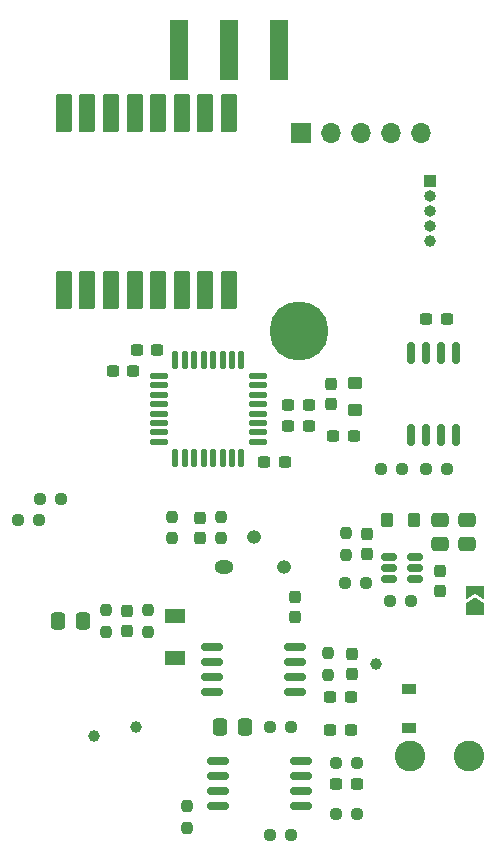
<source format=gbr>
%TF.GenerationSoftware,KiCad,Pcbnew,6.0.11-2627ca5db0~126~ubuntu22.04.1*%
%TF.CreationDate,2023-02-27T20:23:57+01:00*%
%TF.ProjectId,STM32 PIR Sensor,53544d33-3220-4504-9952-2053656e736f,rev?*%
%TF.SameCoordinates,Original*%
%TF.FileFunction,Soldermask,Top*%
%TF.FilePolarity,Negative*%
%FSLAX46Y46*%
G04 Gerber Fmt 4.6, Leading zero omitted, Abs format (unit mm)*
G04 Created by KiCad (PCBNEW 6.0.11-2627ca5db0~126~ubuntu22.04.1) date 2023-02-27 20:23:57*
%MOMM*%
%LPD*%
G01*
G04 APERTURE LIST*
G04 Aperture macros list*
%AMRoundRect*
0 Rectangle with rounded corners*
0 $1 Rounding radius*
0 $2 $3 $4 $5 $6 $7 $8 $9 X,Y pos of 4 corners*
0 Add a 4 corners polygon primitive as box body*
4,1,4,$2,$3,$4,$5,$6,$7,$8,$9,$2,$3,0*
0 Add four circle primitives for the rounded corners*
1,1,$1+$1,$2,$3*
1,1,$1+$1,$4,$5*
1,1,$1+$1,$6,$7*
1,1,$1+$1,$8,$9*
0 Add four rect primitives between the rounded corners*
20,1,$1+$1,$2,$3,$4,$5,0*
20,1,$1+$1,$4,$5,$6,$7,0*
20,1,$1+$1,$6,$7,$8,$9,0*
20,1,$1+$1,$8,$9,$2,$3,0*%
%AMFreePoly0*
4,1,6,1.000000,0.000000,0.500000,-0.750000,-0.500000,-0.750000,-0.500000,0.750000,0.500000,0.750000,1.000000,0.000000,1.000000,0.000000,$1*%
%AMFreePoly1*
4,1,6,0.500000,-0.750000,-0.650000,-0.750000,-0.150000,0.000000,-0.650000,0.750000,0.500000,0.750000,0.500000,-0.750000,0.500000,-0.750000,$1*%
G04 Aperture macros list end*
%ADD10RoundRect,0.237500X0.250000X0.237500X-0.250000X0.237500X-0.250000X-0.237500X0.250000X-0.237500X0*%
%ADD11RoundRect,0.237500X-0.300000X-0.237500X0.300000X-0.237500X0.300000X0.237500X-0.300000X0.237500X0*%
%ADD12RoundRect,0.250000X0.337500X0.475000X-0.337500X0.475000X-0.337500X-0.475000X0.337500X-0.475000X0*%
%ADD13RoundRect,0.150000X-0.800000X-0.150000X0.800000X-0.150000X0.800000X0.150000X-0.800000X0.150000X0*%
%ADD14RoundRect,0.237500X0.237500X-0.300000X0.237500X0.300000X-0.237500X0.300000X-0.237500X-0.300000X0*%
%ADD15RoundRect,0.237500X-0.250000X-0.237500X0.250000X-0.237500X0.250000X0.237500X-0.250000X0.237500X0*%
%ADD16RoundRect,0.237500X0.237500X-0.250000X0.237500X0.250000X-0.237500X0.250000X-0.237500X-0.250000X0*%
%ADD17RoundRect,0.237500X-0.237500X0.250000X-0.237500X-0.250000X0.237500X-0.250000X0.237500X0.250000X0*%
%ADD18FreePoly0,90.000000*%
%ADD19FreePoly1,90.000000*%
%ADD20R,1.500000X5.080000*%
%ADD21RoundRect,0.150000X0.512500X0.150000X-0.512500X0.150000X-0.512500X-0.150000X0.512500X-0.150000X0*%
%ADD22C,1.000000*%
%ADD23RoundRect,0.125000X0.625000X0.125000X-0.625000X0.125000X-0.625000X-0.125000X0.625000X-0.125000X0*%
%ADD24RoundRect,0.125000X0.125000X0.625000X-0.125000X0.625000X-0.125000X-0.625000X0.125000X-0.625000X0*%
%ADD25RoundRect,0.250000X-0.475000X0.337500X-0.475000X-0.337500X0.475000X-0.337500X0.475000X0.337500X0*%
%ADD26RoundRect,0.250000X-0.275000X-0.350000X0.275000X-0.350000X0.275000X0.350000X-0.275000X0.350000X0*%
%ADD27RoundRect,0.237500X0.300000X0.237500X-0.300000X0.237500X-0.300000X-0.237500X0.300000X-0.237500X0*%
%ADD28RoundRect,0.101600X0.599440X-1.499870X0.599440X1.499870X-0.599440X1.499870X-0.599440X-1.499870X0*%
%ADD29RoundRect,0.150000X0.150000X-0.800000X0.150000X0.800000X-0.150000X0.800000X-0.150000X-0.800000X0*%
%ADD30R,1.700000X1.300000*%
%ADD31RoundRect,0.250000X-0.350000X0.275000X-0.350000X-0.275000X0.350000X-0.275000X0.350000X0.275000X0*%
%ADD32RoundRect,0.237500X-0.237500X0.300000X-0.237500X-0.300000X0.237500X-0.300000X0.237500X0.300000X0*%
%ADD33C,5.000000*%
%ADD34R,1.200000X0.900000*%
%ADD35O,1.600000X1.200000*%
%ADD36O,1.200000X1.200000*%
%ADD37C,2.600000*%
%ADD38O,1.000000X1.000000*%
%ADD39R,1.000000X1.000000*%
%ADD40R,1.700000X1.700000*%
%ADD41O,1.700000X1.700000*%
G04 APERTURE END LIST*
D10*
%TO.C,R13*%
X241196500Y-99060000D03*
X239371500Y-99060000D03*
%TD*%
D11*
%TO.C,C21*%
X239421500Y-96520000D03*
X241146500Y-96520000D03*
%TD*%
D12*
%TO.C,C15*%
X217953500Y-82744500D03*
X215878500Y-82744500D03*
%TD*%
D13*
%TO.C,U6*%
X228910000Y-84963000D03*
X228910000Y-86233000D03*
X228910000Y-87503000D03*
X228910000Y-88773000D03*
X235910000Y-88773000D03*
X235910000Y-87503000D03*
X235910000Y-86233000D03*
X235910000Y-84963000D03*
%TD*%
D14*
%TO.C,C2*%
X242062000Y-77062500D03*
X242062000Y-75337500D03*
%TD*%
D15*
%TO.C,R14*%
X239371500Y-94742000D03*
X241196500Y-94742000D03*
%TD*%
D16*
%TO.C,R10*%
X238760000Y-87272500D03*
X238760000Y-85447500D03*
%TD*%
D17*
%TO.C,R5*%
X225552000Y-73917000D03*
X225552000Y-75742000D03*
%TD*%
D16*
%TO.C,R11*%
X226822000Y-100226500D03*
X226822000Y-98401500D03*
%TD*%
%TO.C,R8*%
X223520000Y-83657000D03*
X223520000Y-81832000D03*
%TD*%
D18*
%TO.C,JP1*%
X251206000Y-81751000D03*
D19*
X251206000Y-80301000D03*
%TD*%
D12*
%TO.C,C17*%
X231669500Y-91694000D03*
X229594500Y-91694000D03*
%TD*%
D20*
%TO.C,J2*%
X230329280Y-34400000D03*
X226079280Y-34400000D03*
X234579280Y-34400000D03*
%TD*%
D21*
%TO.C,U1*%
X246126000Y-79182000D03*
X246126000Y-78232000D03*
X246126000Y-77282000D03*
X243851000Y-77282000D03*
X243851000Y-78232000D03*
X243851000Y-79182000D03*
%TD*%
D22*
%TO.C,TP3*%
X222504000Y-91694000D03*
%TD*%
D14*
%TO.C,C16*%
X221742000Y-83607000D03*
X221742000Y-81882000D03*
%TD*%
D23*
%TO.C,U4*%
X232775000Y-67570000D03*
X232775000Y-66770000D03*
X232775000Y-65970000D03*
X232775000Y-65170000D03*
X232775000Y-64370000D03*
X232775000Y-63570000D03*
X232775000Y-62770000D03*
X232775000Y-61970000D03*
D24*
X231400000Y-60595000D03*
X230600000Y-60595000D03*
X229800000Y-60595000D03*
X229000000Y-60595000D03*
X228200000Y-60595000D03*
X227400000Y-60595000D03*
X226600000Y-60595000D03*
X225800000Y-60595000D03*
D23*
X224425000Y-61970000D03*
X224425000Y-62770000D03*
X224425000Y-63570000D03*
X224425000Y-64370000D03*
X224425000Y-65170000D03*
X224425000Y-65970000D03*
X224425000Y-66770000D03*
X224425000Y-67570000D03*
D24*
X225800000Y-68945000D03*
X226600000Y-68945000D03*
X227400000Y-68945000D03*
X228200000Y-68945000D03*
X229000000Y-68945000D03*
X229800000Y-68945000D03*
X230600000Y-68945000D03*
X231400000Y-68945000D03*
%TD*%
D25*
%TO.C,C3*%
X250488500Y-74156500D03*
X250488500Y-76231500D03*
%TD*%
D16*
%TO.C,R6*%
X229641000Y-75742000D03*
X229641000Y-73917000D03*
%TD*%
D10*
%TO.C,R2*%
X241958500Y-79502000D03*
X240133500Y-79502000D03*
%TD*%
D25*
%TO.C,C5*%
X248188500Y-74156500D03*
X248188500Y-76231500D03*
%TD*%
D16*
%TO.C,R7*%
X219964000Y-83657000D03*
X219964000Y-81832000D03*
%TD*%
D15*
%TO.C,R3*%
X243943500Y-81000000D03*
X245768500Y-81000000D03*
%TD*%
D11*
%TO.C,C10*%
X235357500Y-64415500D03*
X237082500Y-64415500D03*
%TD*%
D15*
%TO.C,R17*%
X212447500Y-74168000D03*
X214272500Y-74168000D03*
%TD*%
D26*
%TO.C,L1*%
X243706000Y-74168000D03*
X246006000Y-74168000D03*
%TD*%
D16*
%TO.C,R15*%
X240284000Y-77112500D03*
X240284000Y-75287500D03*
%TD*%
D11*
%TO.C,C8*%
X222514500Y-59760000D03*
X224239500Y-59760000D03*
%TD*%
D27*
%TO.C,C7*%
X237082500Y-66193500D03*
X235357500Y-66193500D03*
%TD*%
D15*
%TO.C,R12*%
X233783500Y-100838000D03*
X235608500Y-100838000D03*
%TD*%
D14*
%TO.C,C1*%
X248188500Y-80194000D03*
X248188500Y-78469000D03*
%TD*%
D27*
%TO.C,C9*%
X235050500Y-69241500D03*
X233325500Y-69241500D03*
%TD*%
D28*
%TO.C,U2*%
X216349580Y-54742080D03*
X218348560Y-54742080D03*
X220347540Y-54742080D03*
X222349060Y-54742080D03*
X224345500Y-54742080D03*
X226347020Y-54742080D03*
X228346000Y-54742080D03*
X230344980Y-54742080D03*
X230344980Y-39745920D03*
X228346000Y-39745920D03*
X226347020Y-39745920D03*
X224345500Y-39745920D03*
X222349060Y-39745920D03*
X220347540Y-39745920D03*
X218348560Y-39745920D03*
X216349580Y-39745920D03*
%TD*%
D29*
%TO.C,U3*%
X245745000Y-67000000D03*
X247015000Y-67000000D03*
X248285000Y-67000000D03*
X249555000Y-67000000D03*
X249555000Y-60000000D03*
X248285000Y-60000000D03*
X247015000Y-60000000D03*
X245745000Y-60000000D03*
%TD*%
D27*
%TO.C,C22*%
X240638500Y-91948000D03*
X238913500Y-91948000D03*
%TD*%
D30*
%TO.C,D2*%
X225806000Y-85824000D03*
X225806000Y-82324000D03*
%TD*%
D10*
%TO.C,R18*%
X216154000Y-72390000D03*
X214329000Y-72390000D03*
%TD*%
D27*
%TO.C,C6*%
X222207500Y-61538000D03*
X220482500Y-61538000D03*
%TD*%
D13*
%TO.C,U7*%
X229418000Y-94615000D03*
X229418000Y-95885000D03*
X229418000Y-97155000D03*
X229418000Y-98425000D03*
X236418000Y-98425000D03*
X236418000Y-97155000D03*
X236418000Y-95885000D03*
X236418000Y-94615000D03*
%TD*%
D10*
%TO.C,R1*%
X248816500Y-69850000D03*
X246991500Y-69850000D03*
%TD*%
D22*
%TO.C,TP2*%
X218948000Y-92456000D03*
%TD*%
D15*
%TO.C,R4*%
X243181500Y-69850000D03*
X245006500Y-69850000D03*
%TD*%
D27*
%TO.C,C4*%
X248766500Y-57150000D03*
X247041500Y-57150000D03*
%TD*%
D31*
%TO.C,FB1*%
X241046000Y-62604000D03*
X241046000Y-64904000D03*
%TD*%
D22*
%TO.C,TP1*%
X242824000Y-86360000D03*
%TD*%
D11*
%TO.C,C18*%
X238913500Y-89154000D03*
X240638500Y-89154000D03*
%TD*%
D32*
%TO.C,C20*%
X235966000Y-80671500D03*
X235966000Y-82396500D03*
%TD*%
D27*
%TO.C,C12*%
X240892500Y-67056000D03*
X239167500Y-67056000D03*
%TD*%
D33*
%TO.C,H1*%
X236300000Y-58200000D03*
%TD*%
D14*
%TO.C,C19*%
X240792000Y-87222500D03*
X240792000Y-85497500D03*
%TD*%
%TO.C,C13*%
X227863000Y-75692000D03*
X227863000Y-73967000D03*
%TD*%
D32*
%TO.C,C11*%
X239014000Y-62637500D03*
X239014000Y-64362500D03*
%TD*%
D15*
%TO.C,R9*%
X233783500Y-91694000D03*
X235608500Y-91694000D03*
%TD*%
D34*
%TO.C,D1*%
X245618000Y-88520000D03*
X245618000Y-91820000D03*
%TD*%
D35*
%TO.C,U5*%
X229960000Y-78200000D03*
D36*
X232500000Y-75660000D03*
X235040000Y-78200000D03*
%TD*%
D37*
%TO.C,J1*%
X245658000Y-94170000D03*
X250658000Y-94170000D03*
%TD*%
D22*
%TO.C,U10*%
X247344000Y-50556000D03*
D38*
X247344000Y-49286000D03*
X247344000Y-48016000D03*
X247344000Y-46746000D03*
D39*
X247344000Y-45476000D03*
%TD*%
D40*
%TO.C,J3*%
X236474000Y-41402000D03*
D41*
X239014000Y-41402000D03*
X241554000Y-41402000D03*
X244094000Y-41402000D03*
X246634000Y-41402000D03*
%TD*%
M02*

</source>
